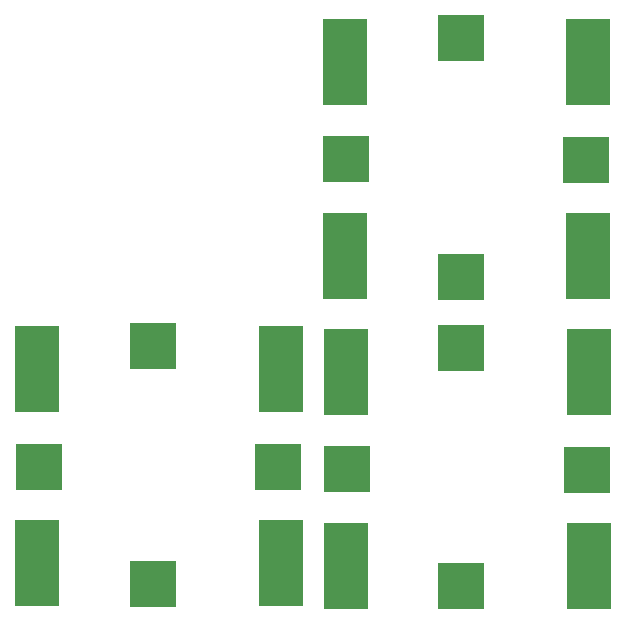
<source format=gbr>
%TF.GenerationSoftware,KiCad,Pcbnew,(5.1.10)-1*%
%TF.CreationDate,2023-09-09T18:48:20-05:00*%
%TF.ProjectId,perovskite_contact_board,7065726f-7673-46b6-9974-655f636f6e74,V3*%
%TF.SameCoordinates,Original*%
%TF.FileFunction,Paste,Top*%
%TF.FilePolarity,Positive*%
%FSLAX46Y46*%
G04 Gerber Fmt 4.6, Leading zero omitted, Abs format (unit mm)*
G04 Created by KiCad (PCBNEW (5.1.10)-1) date 2023-09-09 18:48:20*
%MOMM*%
%LPD*%
G01*
G04 APERTURE LIST*
%ADD10R,4.000000X4.000000*%
%ADD11R,3.800000X7.400000*%
G04 APERTURE END LIST*
D10*
%TO.C,U3*%
X162577500Y-100463000D03*
X162577500Y-120663000D03*
X173177500Y-110763000D03*
X152877500Y-110713000D03*
D11*
X173377500Y-118913000D03*
X173377500Y-102463000D03*
X152777500Y-102463000D03*
X152777500Y-118913000D03*
%TD*%
D10*
%TO.C,U2*%
X136479000Y-100263000D03*
X136479000Y-120463000D03*
X147079000Y-110563000D03*
X126779000Y-110513000D03*
D11*
X147279000Y-118713000D03*
X147279000Y-102263000D03*
X126679000Y-102263000D03*
X126679000Y-118713000D03*
%TD*%
D10*
%TO.C,U1*%
X162514000Y-74260000D03*
X162514000Y-94460000D03*
X173114000Y-84560000D03*
X152814000Y-84510000D03*
D11*
X173314000Y-92710000D03*
X173314000Y-76260000D03*
X152714000Y-76260000D03*
X152714000Y-92710000D03*
%TD*%
M02*

</source>
